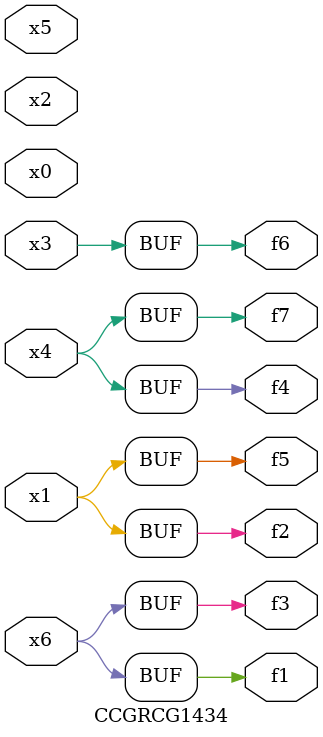
<source format=v>
module CCGRCG1434(
	input x0, x1, x2, x3, x4, x5, x6,
	output f1, f2, f3, f4, f5, f6, f7
);
	assign f1 = x6;
	assign f2 = x1;
	assign f3 = x6;
	assign f4 = x4;
	assign f5 = x1;
	assign f6 = x3;
	assign f7 = x4;
endmodule

</source>
